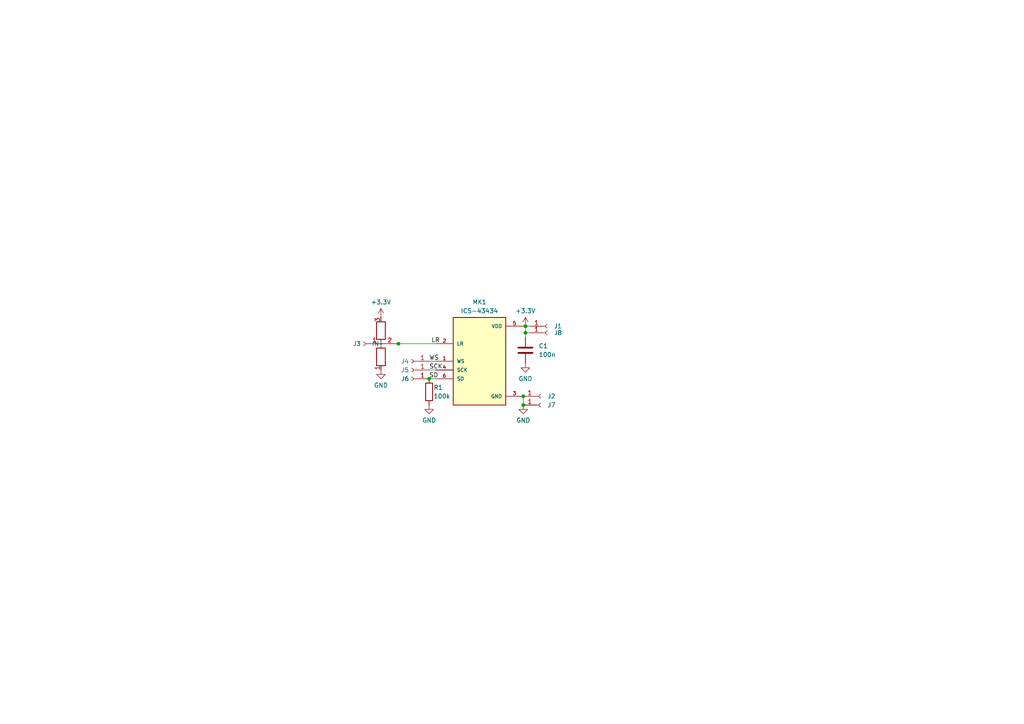
<source format=kicad_sch>
(kicad_sch (version 20230121) (generator eeschema)
  (paper "A4")
  (lib_symbols
    (symbol "Connector:Conn_01x01_Socket" (pin_names (offset 1.016) hide)
      (property "Reference" "J" (at 0 2.54 0))
      (property "Value" "Conn_01x01_Socket" (at 0 -2.54 0))
      (symbol "Conn_01x01_Socket_1_1"
        (polyline (pts (xy -1.27 0) (xy -0.508 0)) (stroke (width 0.1524)))
        (arc (start 0 0.508) (mid -0.5058 0) (end 0 -0.508) (stroke (width 0.1524)))
        (pin passive line (at -5.08 0 0) (length 3.81) (name "Pin_1") (number "1"))
      )
    )
    (symbol "Device:C" (pin_numbers hide) (pin_names (offset 0.254))
      (property "Reference" "C" (at 0.635 2.54 0))
      (property "Value" "C" (at 0.635 -2.54 0))
      (symbol "C_0_1"
        (polyline (pts (xy -2.032 -0.762) (xy 2.032 -0.762)) (stroke (width 0.508)))
        (polyline (pts (xy -2.032 0.762) (xy 2.032 0.762)) (stroke (width 0.508)))
      )
      (symbol "C_1_1"
        (pin passive line (at 0 3.81 270) (length 2.794) (name "~") (number "1"))
        (pin passive line (at 0 -3.81 90) (length 2.794) (name "~") (number "2"))
      )
    )
    (symbol "Device:R" (pin_numbers hide) (pin_names (offset 0))
      (property "Reference" "R" (at 2.032 0 90))
      (property "Value" "R" (at 0 0 90))
      (symbol "R_0_1"
        (rectangle (start -1.016 -2.54) (end 1.016 2.54) (stroke (width 0.254)))
      )
      (symbol "R_1_1"
        (pin passive line (at 0 3.81 270) (length 1.27) (name "~") (number "1"))
        (pin passive line (at 0 -3.81 90) (length 1.27) (name "~") (number "2"))
      )
    )
    (symbol "micmanip:ADDR_SELECT"
      (symbol "ADDR_SELECT_0_1"
        (rectangle (start -1.27 -1.27) (end 1.27 -6.35) (stroke (width 0.254)))
        (rectangle (start -1.27 6.35) (end 1.27 1.27) (stroke (width 0.254)))
        (polyline (pts (xy 0 -1.27) (xy 0 1.27)))
      )
      (symbol "ADDR_SELECT_1_1"
        (pin passive line (at 0 -7.62 90) (length 1.27) (name "~") (number "1"))
        (pin passive line (at 5.08 0 180) (length 5.08) (name "IN") (number "2"))
        (pin passive line (at 0 7.62 270) (length 1.27) (name "~") (number "3"))
      )
    )
    (symbol "micmanip:ICS-43434" (pin_names (offset 1.016))
      (property "Reference" "MK" (at -7.6616 12.7693 0))
      (property "Value" "ICS-43434" (at -7.6751 -15.3501 0))
      (symbol "ICS-43434_0_0"
        (rectangle (start -7.62 12.7) (end 7.62 -12.7) (stroke (width 0.254)) (fill (type background)))
        (pin input line (at -12.7 0 0) (length 5.08) (name "WS") (number "1"))
        (pin input line (at -12.7 5.08 0) (length 5.08) (name "LR") (number "2"))
        (pin power_in line (at 12.7 -10.16 180) (length 5.08) (name "GND") (number "3"))
        (pin input line (at -12.7 -2.54 0) (length 5.08) (name "SCK") (number "4"))
        (pin power_in line (at 12.7 10.16 180) (length 5.08) (name "VDD") (number "5"))
        (pin output line (at -12.7 -5.08 0) (length 5.08) (name "SD") (number "6"))
      )
    )
    (symbol "power:+3.3V" (power) (pin_names (offset 0))
      (property "Value" "+3.3V" (at 0 3.556 0))
      (symbol "+3.3V_0_1"
        (polyline (pts (xy -0.762 1.27) (xy 0 2.54)))
        (polyline (pts (xy 0 0) (xy 0 2.54)))
        (polyline (pts (xy 0 2.54) (xy 0.762 1.27)))
      )
      (symbol "+3.3V_1_1"
        (pin power_in line (at 0 0 90) (length 0) hide (name "+3.3V") (number "1"))
      )
    )
    (symbol "power:GND" (power) (pin_names (offset 0))
      (property "Value" "GND" (at 0 -3.81 0))
      (symbol "GND_0_1"
        (polyline (pts (xy 0 0) (xy 0 -1.27) (xy 1.27 -1.27) (xy 0 -2.54) (xy -1.27 -1.27) (xy 0 -1.27)))
      )
      (symbol "GND_1_1"
        (pin power_in line (at 0 0 270) (length 0) hide (name "GND") (number "1"))
      )
    )
  )
  (junction (at 115.57 99.695))
  (junction (at 151.765 114.935))
  (junction (at 124.46 109.855))
  (junction (at 152.4 94.615))
  (junction (at 151.765 117.475))
  (junction (at 152.4 96.52))
  (wire (pts (xy 115.57 99.695) (xy 126.365 99.695)))
  (wire (pts (xy 110.49 99.695) (xy 115.57 99.695)))
  (wire (pts (xy 152.4 96.52) (xy 152.4 94.615)))
  (wire (pts (xy 152.4 97.79) (xy 152.4 96.52)))
  (wire (pts (xy 151.765 117.475) (xy 151.765 114.935)))
  (wire (pts (xy 152.4 94.615) (xy 151.765 94.615)))
  (wire (pts (xy 124.46 107.315) (xy 126.365 107.315)))
  (wire (pts (xy 152.4 96.52) (xy 153.67 96.52)))
  (wire (pts (xy 153.67 94.615) (xy 152.4 94.615)))
  (wire (pts (xy 124.46 104.775) (xy 126.365 104.775)))
  (wire (pts (xy 124.46 109.855) (xy 126.365 109.855)))
  (label "SCK" (at 124.46 107.315 0))
  (label "LR" (at 125.095 99.695 0))
  (label "SD" (at 124.46 109.855 0))
  (label "WS" (at 124.46 104.775 0))
  (symbol (lib_id "micmanip:ICS-43434") (at 139.065 104.775 0) (unit 1)
    (property "Reference" "MK1" (at 139.065 87.63 0))
    (property "Value" "ICS-43434" (at 139.065 90.17 0))
    (property "Footprint" "micmanip:MIC_ICS-43434" (effects hide))
  )
  (symbol (lib_id "power:GND") (at 110.49 107.315 0) (unit 1)
    (property "Reference" "#PWR02" (effects hide))
    (property "Value" "GND" (at 110.49 111.76 0))
  )
  (symbol (lib_id "Device:C") (at 152.4 101.6 0) (unit 1)
    (property "Reference" "C1" (at 156.21 100.33 0) (effects (justify left)))
    (property "Value" "100n" (at 156.21 102.87 0) (effects (justify left)))
    (property "Footprint" "Capacitor_SMD:C_0603_1608Metric" (effects hide))
  )
  (symbol (lib_id "power:GND") (at 152.4 105.41 0) (unit 1)
    (property "Reference" "#PWR01" (effects hide))
    (property "Value" "GND" (at 152.4 109.855 0))
  )
  (symbol (lib_id "Connector:Conn_01x01_Socket") (at 105.41 99.695 180) (unit 1)
    (property "Reference" "J3" (at 103.505 99.695 0))
    (property "Value" "Conn_01x01_Socket" (effects hide))
    (property "Footprint" "micmanip:HOLE" (effects hide))
  )
  (symbol (lib_id "power:+3.3V") (at 110.49 92.075 0) (unit 1)
    (property "Reference" "#PWR03" (effects hide))
    (property "Value" "+3.3V" (at 110.49 87.63 0))
  )
  (symbol (lib_id "power:GND") (at 124.46 117.475 0) (unit 1)
    (property "Reference" "#PWR05" (effects hide))
    (property "Value" "GND" (at 124.46 121.92 0))
  )
  (symbol (lib_id "Connector:Conn_01x01_Socket") (at 119.38 109.855 180) (unit 1)
    (property "Reference" "J6" (at 117.475 109.855 0))
    (property "Value" "Conn_01x01_Socket" (effects hide))
    (property "Footprint" "micmanip:HOLE" (effects hide))
  )
  (symbol (lib_id "Connector:Conn_01x01_Socket") (at 156.845 114.935 0) (unit 1)
    (property "Reference" "J2" (at 158.75 114.935 0) (effects (justify left)))
    (property "Value" "Conn_01x01_Socket" (effects hide))
    (property "Footprint" "micmanip:HOLE" (effects hide))
  )
  (symbol (lib_id "power:+3.3V") (at 152.4 94.615 0) (unit 1)
    (property "Reference" "#PWR04" (effects hide))
    (property "Value" "+3.3V" (at 152.4 90.17 0))
  )
  (symbol (lib_id "micmanip:ADDR_SELECT") (at 110.49 99.695 0) (unit 1)
    (property "Reference" "U1" (effects hide))
    (property "Value" "~" (at 110.49 99.695 0))
    (property "Footprint" "micmanip:ADDR_SELECT" (effects hide))
  )
  (symbol (lib_id "Connector:Conn_01x01_Socket") (at 158.75 94.615 0) (unit 1)
    (property "Reference" "J1" (at 160.655 94.615 0) (effects (justify left)))
    (property "Value" "Conn_01x01_Socket" (effects hide))
    (property "Footprint" "micmanip:HOLE" (effects hide))
  )
  (symbol (lib_id "Connector:Conn_01x01_Socket") (at 156.845 117.475 0) (unit 1)
    (property "Reference" "J7" (at 158.75 117.475 0) (effects (justify left)))
    (property "Value" "Conn_01x01_Socket" (effects hide))
    (property "Footprint" "micmanip:HOLE" (effects hide))
  )
  (symbol (lib_id "Connector:Conn_01x01_Socket") (at 119.38 107.315 180) (unit 1)
    (property "Reference" "J5" (at 117.475 107.315 0))
    (property "Value" "Conn_01x01_Socket" (effects hide))
    (property "Footprint" "micmanip:HOLE" (effects hide))
  )
  (symbol (lib_id "Connector:Conn_01x01_Socket") (at 119.38 104.775 180) (unit 1)
    (property "Reference" "J4" (at 117.475 104.775 0))
    (property "Value" "Conn_01x01_Socket" (effects hide))
    (property "Footprint" "micmanip:HOLE" (effects hide))
  )
  (symbol (lib_id "Connector:Conn_01x01_Socket") (at 158.75 96.52 0) (unit 1)
    (property "Reference" "J8" (at 160.655 96.52 0) (effects (justify left)))
    (property "Value" "Conn_01x01_Socket" (effects hide))
    (property "Footprint" "micmanip:HOLE" (effects hide))
  )
  (symbol (lib_id "Device:R") (at 124.46 113.665 0) (unit 1)
    (property "Reference" "R1" (at 125.73 112.395 0) (effects (justify left)))
    (property "Value" "100k" (at 125.73 114.935 0) (effects (justify left)))
    (property "Footprint" "Resistor_SMD:R_0603_1608Metric" (effects hide))
  )
  (symbol (lib_id "power:GND") (at 151.765 117.475 0) (unit 1)
    (property "Reference" "#PWR06" (effects hide))
    (property "Value" "GND" (at 151.765 121.92 0))
  )
)
</source>
